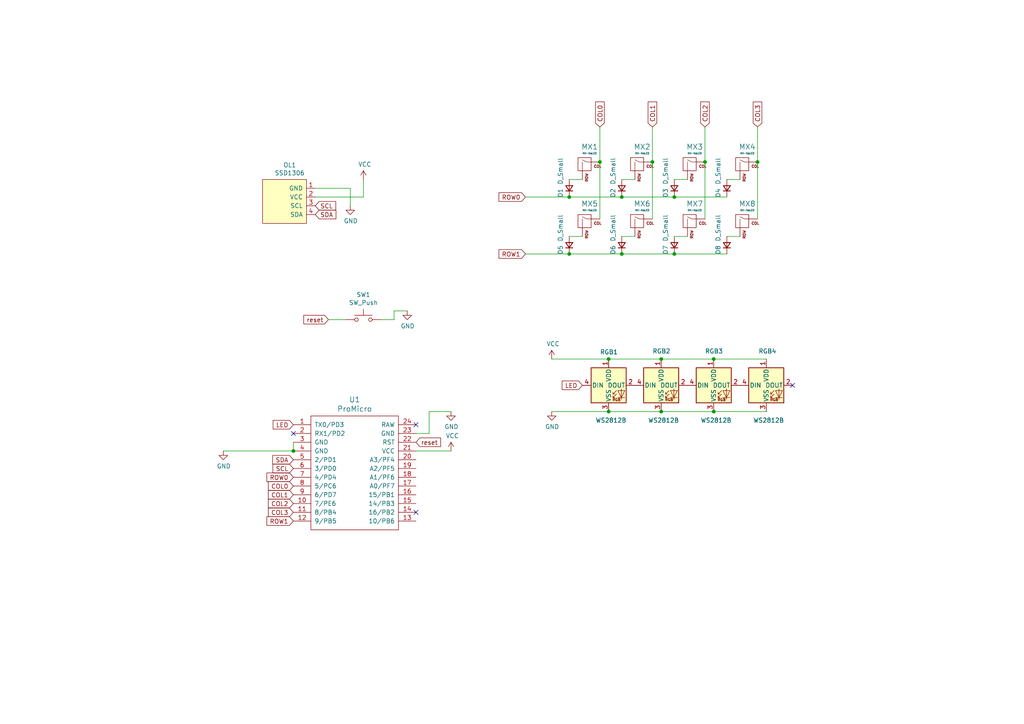
<source format=kicad_sch>
(kicad_sch (version 20211123) (generator eeschema)
  (paper "A4")
  (lib_symbols
    (symbol "Device:D_Small" (pin_numbers hide) (pin_names (offset 0.254) hide)
      (property "Reference" "D" (at -1.27 2.032 0))
      (property "Value" "D_Small" (at -3.81 -2.032 0))
      (symbol "D_Small_0_1"
        (polyline (pts (xy -0.762 -1.016) (xy -0.762 1.016)) (stroke (width 0.254)))
        (polyline (pts (xy -0.762 0) (xy 0.762 0)))
        (polyline (pts (xy 0.762 -1.016) (xy -0.762 0) (xy 0.762 1.016) (xy 0.762 -1.016)) (stroke (width 0.254)))
      )
      (symbol "D_Small_1_1"
        (pin passive line (at -2.54 0 0) (length 1.778) (name "K") (number "1"))
        (pin passive line (at 2.54 0 180) (length 1.778) (name "A") (number "2"))
      )
    )
    (symbol "LED:WS2812B" (pin_names (offset 0.254))
      (property "Reference" "D" (at 5.08 5.715 0))
      (property "Value" "WS2812B" (at 1.27 -5.715 0))
      (symbol "WS2812B_0_0"
        (text "RGB" (at 2.286 -4.191 0) (effects (font (size 0.762 0.762))))
      )
      (symbol "WS2812B_0_1"
        (polyline (pts (xy 1.27 -3.556) (xy 1.778 -3.556)))
        (polyline (pts (xy 1.27 -2.54) (xy 1.778 -2.54)))
        (polyline (pts (xy 4.699 -3.556) (xy 2.667 -3.556)))
        (polyline (pts (xy 2.286 -2.54) (xy 1.27 -3.556) (xy 1.27 -3.048)))
        (polyline (pts (xy 2.286 -1.524) (xy 1.27 -2.54) (xy 1.27 -2.032)))
        (polyline (pts (xy 3.683 -1.016) (xy 3.683 -3.556) (xy 3.683 -4.064)))
        (polyline (pts (xy 4.699 -1.524) (xy 2.667 -1.524) (xy 3.683 -3.556) (xy 4.699 -1.524)))
        (rectangle (start 5.08 5.08) (end -5.08 -5.08) (stroke (width 0.254)) (fill (type background)))
      )
      (symbol "WS2812B_1_1"
        (pin power_in line (at 0 7.62 270) (length 2.54) (name "VDD") (number "1"))
        (pin output line (at 7.62 0 180) (length 2.54) (name "DOUT") (number "2"))
        (pin power_in line (at 0 -7.62 90) (length 2.54) (name "VSS") (number "3"))
        (pin input line (at -7.62 0 0) (length 2.54) (name "DIN") (number "4"))
      )
    )
    (symbol "MX_Alps_Hybrid:MX-NoLED" (pin_names (offset 1.016))
      (property "Reference" "MX" (at -0.635 3.81 0))
      (property "Value" "MX_Alps_Hybrid_MX-NoLED" (at -0.635 1.27 0))
      (symbol "MX-NoLED_0_0"
        (rectangle (start -2.54 2.54) (end 1.27 -1.27))
        (polyline (pts (xy -1.27 -1.27) (xy -1.27 1.27)) (stroke (width 0.127)))
        (polyline (pts (xy 1.27 1.27) (xy 0 1.27) (xy -1.27 1.905)) (stroke (width 0.127)))
        (text "COL" (at 3.175 0 0) (effects (font (size 0.762 0.762))))
        (text "ROW" (at 0 -1.905 900) (effects (font (size 0.762 0.762)) (justify right)))
      )
      (symbol "MX-NoLED_1_1"
        (pin passive line (at 3.81 1.27 180) (length 2.54) (name "COL") (number "1"))
        (pin passive line (at -1.27 -3.81 90) (length 2.54) (name "ROW") (number "2"))
      )
    )
    (symbol "SSD1306-128x64_OLED:SSD1306" (pin_names (offset 1.016))
      (property "Reference" "Brd" (at 0 -3.81 0))
      (property "Value" "SSD1306-128x64_OLED_SSD1306" (at 0 -1.27 0))
      (symbol "SSD1306_0_1"
        (rectangle (start -6.35 6.35) (end 6.35 -6.35) (fill (type background)))
      )
      (symbol "SSD1306_1_1"
        (pin input line (at -3.81 8.89 270) (length 2.54) (name "GND") (number "1"))
        (pin input line (at -1.27 8.89 270) (length 2.54) (name "VCC") (number "2"))
        (pin input line (at 1.27 8.89 270) (length 2.54) (name "SCL") (number "3"))
        (pin input line (at 3.81 8.89 270) (length 2.54) (name "SDA") (number "4"))
      )
    )
    (symbol "Switch:SW_Push" (pin_numbers hide) (pin_names (offset 1.016) hide)
      (property "Reference" "SW" (at 1.27 2.54 0))
      (property "Value" "SW_Push" (at 0 -1.524 0))
      (symbol "SW_Push_0_1"
        (circle (center -2.032 0) (radius 0.508))
        (polyline (pts (xy 0 1.27) (xy 0 3.048)))
        (polyline (pts (xy 2.54 1.27) (xy -2.54 1.27)))
        (circle (center 2.032 0) (radius 0.508))
        (pin passive line (at -5.08 0 0) (length 2.54) (name "1") (number "1"))
        (pin passive line (at 5.08 0 180) (length 2.54) (name "2") (number "2"))
      )
    )
    (symbol "keebio:ProMicro" (pin_names (offset 1.016))
      (property "Reference" "U" (at 0 0 0))
      (property "Value" "keebio_ProMicro" (at 0 -19.05 0))
      (symbol "ProMicro_0_1"
        (rectangle (start -12.7 -16.51) (end 12.7 16.51))
      )
      (symbol "ProMicro_1_1"
        (pin input line (at -17.78 13.97 0) (length 5.08) (name "TX0/PD3") (number "1"))
        (pin input line (at -17.78 -8.89 0) (length 5.08) (name "7/PE6") (number "10"))
        (pin input line (at -17.78 -11.43 0) (length 5.08) (name "8/PB4") (number "11"))
        (pin input line (at -17.78 -13.97 0) (length 5.08) (name "9/PB5") (number "12"))
        (pin input line (at 17.78 -13.97 180) (length 5.08) (name "10/PB6") (number "13"))
        (pin input line (at 17.78 -11.43 180) (length 5.08) (name "16/PB2") (number "14"))
        (pin input line (at 17.78 -8.89 180) (length 5.08) (name "14/PB3") (number "15"))
        (pin input line (at 17.78 -6.35 180) (length 5.08) (name "15/PB1") (number "16"))
        (pin input line (at 17.78 -3.81 180) (length 5.08) (name "A0/PF7") (number "17"))
        (pin input line (at 17.78 -1.27 180) (length 5.08) (name "A1/PF6") (number "18"))
        (pin input line (at 17.78 1.27 180) (length 5.08) (name "A2/PF5") (number "19"))
        (pin input line (at -17.78 11.43 0) (length 5.08) (name "RX1/PD2") (number "2"))
        (pin input line (at 17.78 3.81 180) (length 5.08) (name "A3/PF4") (number "20"))
        (pin input line (at 17.78 6.35 180) (length 5.08) (name "VCC") (number "21"))
        (pin input line (at 17.78 8.89 180) (length 5.08) (name "RST") (number "22"))
        (pin input line (at 17.78 11.43 180) (length 5.08) (name "GND") (number "23"))
        (pin input line (at 17.78 13.97 180) (length 5.08) (name "RAW") (number "24"))
        (pin input line (at -17.78 8.89 0) (length 5.08) (name "GND") (number "3"))
        (pin input line (at -17.78 6.35 0) (length 5.08) (name "GND") (number "4"))
        (pin input line (at -17.78 3.81 0) (length 5.08) (name "2/PD1") (number "5"))
        (pin input line (at -17.78 1.27 0) (length 5.08) (name "3/PD0") (number "6"))
        (pin input line (at -17.78 -1.27 0) (length 5.08) (name "4/PD4") (number "7"))
        (pin input line (at -17.78 -3.81 0) (length 5.08) (name "5/PC6") (number "8"))
        (pin input line (at -17.78 -6.35 0) (length 5.08) (name "6/PD7") (number "9"))
      )
    )
    (symbol "power:GND" (power) (pin_names (offset 0))
      (property "Value" "GND" (at 0 -3.81 0))
      (symbol "GND_0_1"
        (polyline (pts (xy 0 0) (xy 0 -1.27) (xy 1.27 -1.27) (xy 0 -2.54) (xy -1.27 -1.27) (xy 0 -1.27)))
      )
      (symbol "GND_1_1"
        (pin power_in line (at 0 0 270) (length 0) hide (name "GND") (number "1"))
      )
    )
    (symbol "power:VCC" (power) (pin_names (offset 0))
      (property "Value" "VCC" (at 0 3.81 0))
      (symbol "VCC_0_1"
        (polyline (pts (xy -0.762 1.27) (xy 0 2.54)))
        (polyline (pts (xy 0 0) (xy 0 2.54)))
        (polyline (pts (xy 0 2.54) (xy 0.762 1.27)))
      )
      (symbol "VCC_1_1"
        (pin power_in line (at 0 0 90) (length 0) hide (name "VCC") (number "1"))
      )
    )
  )
  (junction (at 219.71 46.99))
  (junction (at 204.47 46.99))
  (junction (at 85.09 130.81))
  (junction (at 189.23 46.99))
  (junction (at 195.58 57.15))
  (junction (at 195.58 73.66))
  (junction (at 207.01 104.14))
  (junction (at 165.1 57.15))
  (junction (at 176.53 104.14))
  (junction (at 207.01 119.38))
  (junction (at 191.77 104.14))
  (junction (at 180.34 57.15))
  (junction (at 165.1 73.66))
  (junction (at 176.53 119.38))
  (junction (at 180.34 73.66))
  (junction (at 173.99 46.99))
  (junction (at 191.77 119.38))
  (no_connect (at 120.65 123.19))
  (no_connect (at 120.65 148.59))
  (no_connect (at 229.87 111.76))
  (no_connect (at 85.09 125.73))
  (wire (pts (xy 124.46 119.38) (xy 124.46 125.73)))
  (wire (pts (xy 214.63 68.58) (xy 210.82 68.58)))
  (wire (pts (xy 189.23 46.99) (xy 189.23 63.5)))
  (wire (pts (xy 114.3 92.71) (xy 114.3 90.17)))
  (wire (pts (xy 176.53 119.38) (xy 191.77 119.38)))
  (wire (pts (xy 105.41 52.07) (xy 105.41 57.15)))
  (wire (pts (xy 173.99 36.83) (xy 173.99 46.99)))
  (wire (pts (xy 130.81 119.38) (xy 124.46 119.38)))
  (wire (pts (xy 85.09 130.81) (xy 64.77 130.81)))
  (wire (pts (xy 210.82 73.66) (xy 195.58 73.66)))
  (wire (pts (xy 160.02 119.38) (xy 176.53 119.38)))
  (wire (pts (xy 204.47 46.99) (xy 204.47 63.5)))
  (wire (pts (xy 184.15 52.07) (xy 180.34 52.07)))
  (wire (pts (xy 195.58 57.15) (xy 210.82 57.15)))
  (wire (pts (xy 95.25 92.71) (xy 100.33 92.71)))
  (wire (pts (xy 165.1 73.66) (xy 152.4 73.66)))
  (wire (pts (xy 120.65 130.81) (xy 130.81 130.81)))
  (wire (pts (xy 199.39 68.58) (xy 195.58 68.58)))
  (wire (pts (xy 152.4 57.15) (xy 165.1 57.15)))
  (wire (pts (xy 101.6 54.61) (xy 101.6 59.69)))
  (wire (pts (xy 168.91 68.58) (xy 165.1 68.58)))
  (wire (pts (xy 199.39 52.07) (xy 195.58 52.07)))
  (wire (pts (xy 180.34 57.15) (xy 195.58 57.15)))
  (wire (pts (xy 110.49 92.71) (xy 114.3 92.71)))
  (wire (pts (xy 165.1 57.15) (xy 180.34 57.15)))
  (wire (pts (xy 191.77 119.38) (xy 207.01 119.38)))
  (wire (pts (xy 85.09 128.27) (xy 85.09 130.81)))
  (wire (pts (xy 120.65 125.73) (xy 124.46 125.73)))
  (wire (pts (xy 114.3 90.17) (xy 118.11 90.17)))
  (wire (pts (xy 160.02 104.14) (xy 176.53 104.14)))
  (wire (pts (xy 189.23 36.83) (xy 189.23 46.99)))
  (wire (pts (xy 180.34 73.66) (xy 165.1 73.66)))
  (wire (pts (xy 219.71 46.99) (xy 219.71 63.5)))
  (wire (pts (xy 91.44 54.61) (xy 101.6 54.61)))
  (wire (pts (xy 222.25 119.38) (xy 207.01 119.38)))
  (wire (pts (xy 173.99 46.99) (xy 173.99 63.5)))
  (wire (pts (xy 207.01 104.14) (xy 222.25 104.14)))
  (wire (pts (xy 168.91 52.07) (xy 165.1 52.07)))
  (wire (pts (xy 176.53 104.14) (xy 191.77 104.14)))
  (wire (pts (xy 219.71 36.83) (xy 219.71 46.99)))
  (wire (pts (xy 184.15 68.58) (xy 180.34 68.58)))
  (wire (pts (xy 91.44 57.15) (xy 105.41 57.15)))
  (wire (pts (xy 191.77 104.14) (xy 207.01 104.14)))
  (wire (pts (xy 195.58 73.66) (xy 180.34 73.66)))
  (wire (pts (xy 214.63 52.07) (xy 210.82 52.07)))
  (wire (pts (xy 204.47 36.83) (xy 204.47 46.99)))
  (global_label "ROW0" (shape input) (at 85.09 138.43 180) (property "Intersheet References" "${INTERSHEET_REFS}" (effects hide)))
  (global_label "LED" (shape input) (at 85.09 123.19 180) (property "Intersheet References" "${INTERSHEET_REFS}" (effects hide)))
  (global_label "COL3" (shape input) (at 219.71 36.83 90) (property "Intersheet References" "${INTERSHEET_REFS}" (effects hide)))
  (global_label "SDA" (shape input) (at 91.44 62.23 0) (property "Intersheet References" "${INTERSHEET_REFS}" (effects hide)))
  (global_label "COL1" (shape input) (at 189.23 36.83 90) (property "Intersheet References" "${INTERSHEET_REFS}" (effects hide)))
  (global_label "reset" (shape input) (at 95.25 92.71 180) (property "Intersheet References" "${INTERSHEET_REFS}" (effects hide)))
  (global_label "SCL" (shape input) (at 91.44 59.69 0) (property "Intersheet References" "${INTERSHEET_REFS}" (effects hide)))
  (global_label "COL1" (shape input) (at 85.09 143.51 180) (property "Intersheet References" "${INTERSHEET_REFS}" (effects hide)))
  (global_label "COL2" (shape input) (at 85.09 146.05 180) (property "Intersheet References" "${INTERSHEET_REFS}" (effects hide)))
  (global_label "ROW1" (shape input) (at 152.4 73.66 180) (property "Intersheet References" "${INTERSHEET_REFS}" (effects hide)))
  (global_label "LED" (shape input) (at 168.91 111.76 180) (property "Intersheet References" "${INTERSHEET_REFS}" (effects hide)))
  (global_label "COL0" (shape input) (at 85.09 140.97 180) (property "Intersheet References" "${INTERSHEET_REFS}" (effects hide)))
  (global_label "COL2" (shape input) (at 204.47 36.83 90) (property "Intersheet References" "${INTERSHEET_REFS}" (effects hide)))
  (global_label "COL3" (shape input) (at 85.09 148.59 180) (property "Intersheet References" "${INTERSHEET_REFS}" (effects hide)))
  (global_label "COL0" (shape input) (at 173.99 36.83 90) (property "Intersheet References" "${INTERSHEET_REFS}" (effects hide)))
  (global_label "SDA" (shape input) (at 85.09 133.35 180) (property "Intersheet References" "${INTERSHEET_REFS}" (effects hide)))
  (global_label "ROW0" (shape input) (at 152.4 57.15 180) (property "Intersheet References" "${INTERSHEET_REFS}" (effects hide)))
  (global_label "reset" (shape input) (at 120.65 128.27 0) (property "Intersheet References" "${INTERSHEET_REFS}" (effects hide)))
  (global_label "SCL" (shape input) (at 85.09 135.89 180) (property "Intersheet References" "${INTERSHEET_REFS}" (effects hide)))
  (global_label "ROW1" (shape input) (at 85.09 151.13 180) (property "Intersheet References" "${INTERSHEET_REFS}" (effects hide)))
  (symbol (lib_id "keebio:ProMicro") (at 102.87 137.16 0) (unit 1)
    (property "Reference" "U1" (at 102.87 115.9002 0) (effects (font (size 1.524 1.524))))
    (property "Value" "ProMicro" (at 102.87 118.5926 0) (effects (font (size 1.524 1.524))))
    (property "Footprint" "Keebio-Parts:ArduinoProMicro" (effects hide))
  )
  (symbol (lib_id "power:GND") (at 64.77 130.81 0) (unit 1)
    (property "Reference" "#PWR0101" (effects hide))
    (property "Value" "GND" (at 64.897 135.2042 0))
  )
  (symbol (lib_id "power:GND") (at 130.81 119.38 0) (unit 1)
    (property "Reference" "#PWR0103" (effects hide))
    (property "Value" "GND" (at 130.937 123.7742 0))
  )
  (symbol (lib_id "MX_Alps_Hybrid:MX-NoLED") (at 170.18 48.26 0) (unit 1)
    (property "Reference" "MX1" (at 171.0182 42.5958 0) (effects (font (size 1.524 1.524))))
    (property "Value" "MX-NoLED" (at 171.0182 44.4754 0) (effects (font (size 0.508 0.508))))
    (property "Footprint" "MX_Only:MXOnly-1U-Hotswap" (effects hide))
  )
  (symbol (lib_id "Device:D_Small") (at 165.1 54.61 90) (unit 1)
    (property "Reference" "D1" (at 162.56 54.61 0) (effects (justify right)))
    (property "Value" "D_Small" (at 162.56 45.72 0) (effects (justify right)))
    (property "Footprint" "Keebio-Parts:Diode" (effects hide))
  )
  (symbol (lib_id "MX_Alps_Hybrid:MX-NoLED") (at 185.42 48.26 0) (unit 1)
    (property "Reference" "MX2" (at 186.2582 42.5958 0) (effects (font (size 1.524 1.524))))
    (property "Value" "MX-NoLED" (at 186.2582 44.4754 0) (effects (font (size 0.508 0.508))))
    (property "Footprint" "MX_Only:MXOnly-1U-Hotswap" (effects hide))
  )
  (symbol (lib_id "Device:D_Small") (at 180.34 54.61 90) (unit 1)
    (property "Reference" "D2" (at 177.8 54.61 0) (effects (justify right)))
    (property "Value" "D_Small" (at 177.8 45.72 0) (effects (justify right)))
    (property "Footprint" "Keebio-Parts:Diode" (effects hide))
  )
  (symbol (lib_id "MX_Alps_Hybrid:MX-NoLED") (at 200.66 48.26 0) (unit 1)
    (property "Reference" "MX3" (at 201.4982 42.5958 0) (effects (font (size 1.524 1.524))))
    (property "Value" "MX-NoLED" (at 201.4982 44.4754 0) (effects (font (size 0.508 0.508))))
    (property "Footprint" "MX_Only:MXOnly-1U-Hotswap" (effects hide))
  )
  (symbol (lib_id "Device:D_Small") (at 195.58 54.61 90) (unit 1)
    (property "Reference" "D3" (at 193.04 54.61 0) (effects (justify right)))
    (property "Value" "D_Small" (at 193.04 45.72 0) (effects (justify right)))
    (property "Footprint" "Keebio-Parts:Diode" (effects hide))
  )
  (symbol (lib_id "MX_Alps_Hybrid:MX-NoLED") (at 215.9 48.26 0) (unit 1)
    (property "Reference" "MX4" (at 216.7382 42.5958 0) (effects (font (size 1.524 1.524))))
    (property "Value" "MX-NoLED" (at 216.7382 44.4754 0) (effects (font (size 0.508 0.508))))
    (property "Footprint" "MX_Only:MXOnly-1U-Hotswap" (effects hide))
  )
  (symbol (lib_id "Device:D_Small") (at 210.82 54.61 90) (unit 1)
    (property "Reference" "D4" (at 208.28 54.61 0) (effects (justify right)))
    (property "Value" "D_Small" (at 208.28 45.72 0) (effects (justify right)))
    (property "Footprint" "Keebio-Parts:Diode" (effects hide))
  )
  (symbol (lib_id "MX_Alps_Hybrid:MX-NoLED") (at 170.18 64.77 0) (unit 1)
    (property "Reference" "MX5" (at 171.0182 59.1058 0) (effects (font (size 1.524 1.524))))
    (property "Value" "MX-NoLED" (at 171.0182 60.9854 0) (effects (font (size 0.508 0.508))))
    (property "Footprint" "MX_Only:MXOnly-1U-Hotswap" (effects hide))
  )
  (symbol (lib_id "Device:D_Small") (at 165.1 71.12 90) (unit 1)
    (property "Reference" "D5" (at 162.56 71.12 0) (effects (justify right)))
    (property "Value" "D_Small" (at 162.56 62.23 0) (effects (justify right)))
    (property "Footprint" "Keebio-Parts:Diode" (effects hide))
  )
  (symbol (lib_id "MX_Alps_Hybrid:MX-NoLED") (at 185.42 64.77 0) (unit 1)
    (property "Reference" "MX6" (at 186.2582 59.1058 0) (effects (font (size 1.524 1.524))))
    (property "Value" "MX-NoLED" (at 186.2582 60.9854 0) (effects (font (size 0.508 0.508))))
    (property "Footprint" "MX_Only:MXOnly-1U-Hotswap" (effects hide))
  )
  (symbol (lib_id "Device:D_Small") (at 180.34 71.12 90) (unit 1)
    (property "Reference" "D6" (at 177.8 71.12 0) (effects (justify right)))
    (property "Value" "D_Small" (at 177.8 62.23 0) (effects (justify right)))
    (property "Footprint" "Keebio-Parts:Diode" (effects hide))
  )
  (symbol (lib_id "MX_Alps_Hybrid:MX-NoLED") (at 200.66 64.77 0) (unit 1)
    (property "Reference" "MX7" (at 201.4982 59.1058 0) (effects (font (size 1.524 1.524))))
    (property "Value" "MX-NoLED" (at 201.4982 60.9854 0) (effects (font (size 0.508 0.508))))
    (property "Footprint" "MX_Only:MXOnly-1U-Hotswap" (effects hide))
  )
  (symbol (lib_id "Device:D_Small") (at 195.58 71.12 90) (unit 1)
    (property "Reference" "D7" (at 193.04 71.12 0) (effects (justify right)))
    (property "Value" "D_Small" (at 193.04 62.23 0) (effects (justify right)))
    (property "Footprint" "Keebio-Parts:Diode" (effects hide))
  )
  (symbol (lib_id "MX_Alps_Hybrid:MX-NoLED") (at 215.9 64.77 0) (unit 1)
    (property "Reference" "MX8" (at 216.7382 59.1058 0) (effects (font (size 1.524 1.524))))
    (property "Value" "MX-NoLED" (at 216.7382 60.9854 0) (effects (font (size 0.508 0.508))))
    (property "Footprint" "MX_Only:MXOnly-1U-Hotswap" (effects hide))
  )
  (symbol (lib_id "Device:D_Small") (at 210.82 71.12 90) (unit 1)
    (property "Reference" "D8" (at 208.28 71.12 0) (effects (justify right)))
    (property "Value" "D_Small" (at 208.28 62.23 0) (effects (justify right)))
    (property "Footprint" "Keebio-Parts:Diode" (effects hide))
  )
  (symbol (lib_id "power:VCC") (at 130.81 130.81 0) (unit 1)
    (property "Reference" "#PWR0102" (effects hide))
    (property "Value" "VCC" (at 131.191 126.4158 0))
  )
  (symbol (lib_id "LED:WS2812B") (at 176.53 111.76 0) (unit 1)
    (property "Reference" "RGB1" (at 173.99 102.108 0) (effects (justify left)))
    (property "Value" "WS2812B" (at 172.72 121.92 0) (effects (justify left)))
    (property "Footprint" "Keebio-Parts:WS2812B" (effects hide))
    (property "Datasheet" "https://cdn-shop.adafruit.com/datasheets/WS2812B.pdf" (effects hide))
  )
  (symbol (lib_id "Switch:SW_Push") (at 105.41 92.71 0) (unit 1)
    (property "Reference" "SW1" (at 105.41 85.471 0))
    (property "Value" "SW_Push" (at 105.41 87.7824 0))
    (property "Footprint" "Keebio-Parts:SW_Tactile_SPST_Angled_MJTP1117" (effects hide))
  )
  (symbol (lib_id "power:GND") (at 118.11 90.17 0) (unit 1)
    (property "Reference" "#PWR0104" (effects hide))
    (property "Value" "GND" (at 118.237 94.5642 0))
  )
  (symbol (lib_id "LED:WS2812B") (at 191.77 111.76 0) (unit 1)
    (property "Reference" "RGB2" (at 189.23 101.854 0) (effects (justify left)))
    (property "Value" "WS2812B" (at 187.96 121.92 0) (effects (justify left)))
    (property "Footprint" "Keebio-Parts:WS2812B" (effects hide))
    (property "Datasheet" "https://cdn-shop.adafruit.com/datasheets/WS2812B.pdf" (effects hide))
  )
  (symbol (lib_id "LED:WS2812B") (at 207.01 111.76 0) (unit 1)
    (property "Reference" "RGB3" (at 204.47 101.854 0) (effects (justify left)))
    (property "Value" "WS2812B" (at 203.2 121.92 0) (effects (justify left)))
    (property "Footprint" "Keebio-Parts:WS2812B" (effects hide))
    (property "Datasheet" "https://cdn-shop.adafruit.com/datasheets/WS2812B.pdf" (effects hide))
  )
  (symbol (lib_id "power:GND") (at 160.02 119.38 0) (unit 1)
    (property "Reference" "#PWR0105" (effects hide))
    (property "Value" "GND" (at 160.147 123.7742 0))
  )
  (symbol (lib_id "power:VCC") (at 160.02 104.14 0) (unit 1)
    (property "Reference" "#PWR0106" (effects hide))
    (property "Value" "VCC" (at 160.401 99.7458 0))
  )
  (symbol (lib_id "power:GND") (at 101.6 59.69 0) (unit 1)
    (property "Reference" "#PWR0108" (effects hide))
    (property "Value" "GND" (at 101.727 64.0842 0))
  )
  (symbol (lib_id "power:VCC") (at 105.41 52.07 0) (unit 1)
    (property "Reference" "#PWR0107" (effects hide))
    (property "Value" "VCC" (at 105.791 47.6758 0))
  )
  (symbol (lib_id "SSD1306-128x64_OLED:SSD1306") (at 82.55 58.42 270) (unit 1)
    (property "Reference" "OL1" (at 84.0232 47.879 90))
    (property "Value" "SSD1306" (at 84.0232 50.1904 90))
    (property "Footprint" "SSD1306:128x64OLED" (effects hide))
  )
  (symbol (lib_id "LED:WS2812B") (at 222.25 111.76 0) (unit 1)
    (property "Reference" "RGB4" (at 219.964 101.854 0) (effects (justify left)))
    (property "Value" "WS2812B" (at 218.44 121.92 0) (effects (justify left)))
    (property "Footprint" "Keebio-Parts:WS2812B" (effects hide))
    (property "Datasheet" "https://cdn-shop.adafruit.com/datasheets/WS2812B.pdf" (effects hide))
  )
)
</source>
